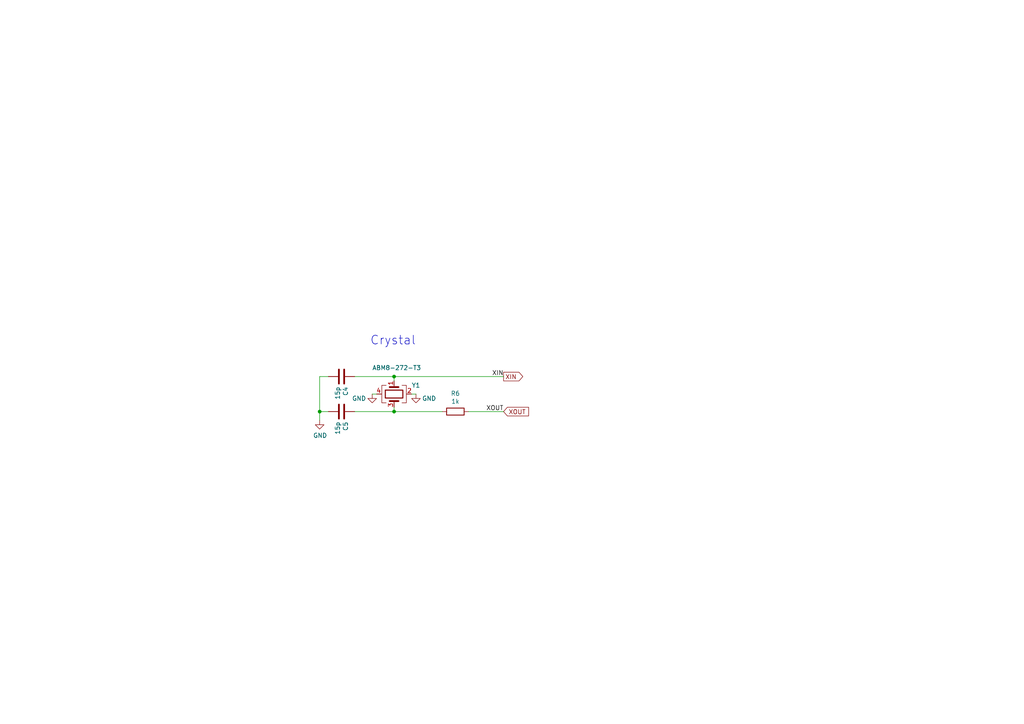
<source format=kicad_sch>
(kicad_sch (version 20250114) (generator "eeschema") (generator_version "9.0")
  (paper "A4")
  (lib_symbols
    (symbol "Device:C" (pin_numbers (hide yes)) (pin_names (offset 0.254))
      (property "Reference" "C" (at 0.635 2.54 0))
      (property "Value" "C" (at 0.635 -2.54 0))
      (symbol "C_0_1"
        (polyline (pts (xy -2.032 0.762) (xy 2.032 0.762)) (stroke (width 0.508)))
        (polyline (pts (xy -2.032 -0.762) (xy 2.032 -0.762)) (stroke (width 0.508)))
      )
      (symbol "C_1_1"
        (pin passive line (at 0 3.81 270) (length 2.794) (name "~") (number "1"))
        (pin passive line (at 0 -3.81 90) (length 2.794) (name "~") (number "2"))
      )
    )
    (symbol "Device:Crystal_GND24" (pin_names (offset 1.016) (hide yes))
      (property "Reference" "Y" (at 3.175 5.08 0))
      (property "Value" "Crystal_GND24" (at 3.175 3.175 0))
      (symbol "Crystal_GND24_0_1"
        (polyline (pts (xy -2.54 2.286) (xy -2.54 3.556) (xy 2.54 3.556) (xy 2.54 2.286)))
        (polyline (pts (xy -2.54 0) (xy -2.032 0)))
        (polyline (pts (xy -2.54 -2.286) (xy -2.54 -3.556) (xy 2.54 -3.556) (xy 2.54 -2.286)))
        (polyline (pts (xy -2.032 -1.27) (xy -2.032 1.27)) (stroke (width 0.508)))
        (rectangle (start -1.143 2.54) (end 1.143 -2.54) (stroke (width 0.3048)))
        (polyline (pts (xy 0 3.556) (xy 0 3.81)))
        (polyline (pts (xy 0 -3.81) (xy 0 -3.556)))
        (polyline (pts (xy 2.032 0) (xy 2.54 0)))
        (polyline (pts (xy 2.032 -1.27) (xy 2.032 1.27)) (stroke (width 0.508)))
      )
      (symbol "Crystal_GND24_1_1"
        (pin passive line (at -3.81 0 0) (length 1.27) (name "1") (number "1"))
        (pin passive line (at 0 5.08 270) (length 1.27) (name "2") (number "2"))
        (pin passive line (at 0 -5.08 90) (length 1.27) (name "4") (number "4"))
        (pin passive line (at 3.81 0 180) (length 1.27) (name "3") (number "3"))
      )
    )
    (symbol "Device:R" (pin_numbers (hide yes)) (pin_names (offset 0))
      (property "Reference" "R" (at 2.032 0 90))
      (property "Value" "R" (at 0 0 90))
      (symbol "R_0_1"
        (rectangle (start -1.016 -2.54) (end 1.016 2.54) (stroke (width 0.254)))
      )
      (symbol "R_1_1"
        (pin passive line (at 0 3.81 270) (length 1.27) (name "~") (number "1"))
        (pin passive line (at 0 -3.81 90) (length 1.27) (name "~") (number "2"))
      )
    )
    (symbol "power:GND" (power) (pin_names (offset 0))
      (property "Value" "GND" (at 0 -3.81 0))
      (symbol "GND_0_1"
        (polyline (pts (xy 0 0) (xy 0 -1.27) (xy 1.27 -1.27) (xy 0 -2.54) (xy -1.27 -1.27) (xy 0 -1.27)))
      )
      (symbol "GND_1_1"
        (pin power_in line (at 0 0 270) (length 0) (hide yes) (name "GND") (number "1"))
      )
    )
  )
  (text "Crystal" (at 107.315 100.33 0) (effects (font (size 2.54 2.54)) (justify left bottom)))
  (junction (at 114.3 119.38))
  (junction (at 92.71 119.38))
  (junction (at 114.3 109.22))
  (wire (pts (xy 119.38 114.3) (xy 120.65 114.3)))
  (wire (pts (xy 114.3 118.11) (xy 114.3 119.38)))
  (wire (pts (xy 92.71 109.22) (xy 92.71 119.38)))
  (wire (pts (xy 114.3 119.38) (xy 128.27 119.38)))
  (wire (pts (xy 135.89 119.38) (xy 146.05 119.38)))
  (wire (pts (xy 95.25 119.38) (xy 92.71 119.38)))
  (wire (pts (xy 102.87 109.22) (xy 114.3 109.22)))
  (wire (pts (xy 114.3 110.49) (xy 114.3 109.22)))
  (wire (pts (xy 102.87 119.38) (xy 114.3 119.38)))
  (wire (pts (xy 92.71 119.38) (xy 92.71 121.92)))
  (wire (pts (xy 95.25 109.22) (xy 92.71 109.22)))
  (wire (pts (xy 107.95 114.3) (xy 109.22 114.3)))
  (wire (pts (xy 114.3 109.22) (xy 146.05 109.22)))
  (label "XIN" (at 146.05 109.22 180))
  (label "XOUT" (at 146.05 119.38 180))
  (global_label "XIN" (shape output) (at 146.05 109.22 0) (property "Intersheetrefs" "${INTERSHEET_REFS}" (effects (hide yes))))
  (global_label "XOUT" (shape input) (at 146.05 119.38 0) (property "Intersheetrefs" "${INTERSHEET_REFS}" (effects (hide yes))))
  (symbol (lib_id "power:GND") (at 107.95 114.3 0) (unit 1)
    (property "Reference" "#PWR015" (effects (hide yes)))
    (property "Value" "GND" (at 104.14 115.57 0))
  )
  (symbol (lib_id "power:GND") (at 92.71 121.92 0) (unit 1)
    (property "Reference" "#PWR017" (effects (hide yes)))
    (property "Value" "GND" (at 92.837 126.3142 0))
  )
  (symbol (lib_id "power:GND") (at 120.65 114.3 0) (unit 1)
    (property "Reference" "#PWR016" (effects (hide yes)))
    (property "Value" "GND" (at 124.46 115.57 0))
  )
  (symbol (lib_id "Device:R") (at 132.08 119.38 270) (unit 1)
    (property "Reference" "R6" (at 132.08 114.1222 90))
    (property "Value" "1k" (at 132.08 116.4336 90))
    (property "Footprint" "Resistor_SMD:R_0603_1608Metric" (effects (hide yes)))
  )
  (symbol (lib_id "Device:C") (at 99.06 119.38 270) (unit 1)
    (property "Reference" "C5" (at 100.2284 122.301 0) (effects (justify left)))
    (property "Value" "15p" (at 97.917 122.301 0) (effects (justify left)))
    (property "Footprint" "Capacitor_SMD:C_0603_1608Metric" (effects (hide yes)))
  )
  (symbol (lib_id "Device:Crystal_GND24") (at 114.3 114.3 270) (unit 1)
    (property "Reference" "Y1" (at 119.38 111.76 90) (effects (justify left)))
    (property "Value" "ABM8-272-T3" (at 107.95 106.68 90) (effects (justify left)))
    (property "Footprint" "Crystal:Crystal_SMD_3225-4Pin_3.2x2.5mm" (effects (hide yes)))
  )
  (symbol (lib_id "Device:C") (at 99.06 109.22 270) (unit 1)
    (property "Reference" "C4" (at 100.2284 112.141 0) (effects (justify left)))
    (property "Value" "15p" (at 97.917 112.141 0) (effects (justify left)))
    (property "Footprint" "Capacitor_SMD:C_0603_1608Metric" (effects (hide yes)))
  )
)
</source>
